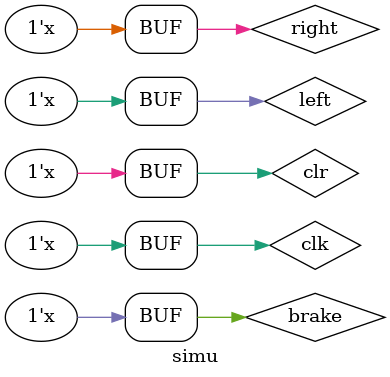
<source format=v>
`timescale 1ns / 1ps

module state_machine(
input clk,
input clr,
input pre,
input [2:0] prefore,
output reg [2:0] later
);
always @ (posedge clk or negedge clr or posedge pre)
    begin
    if (clr == 0) later = 3'b000;   
    else if (pre == 1) later = 3'b111;
    else 
        case(prefore)
        3'b000 : later = 3'b100;
        3'b100 : later = 3'b010;
        3'b010 : later = 3'b001;
        3'b001 : later = 3'b000;
        default : later = 3'b000;
        endcase
    end
endmodule

module project(
input clk,
input left,
input right,
input brake,
input clr,
input [5:0] in,
output [5:0] light 
);
wire lc;
assign lc = (left | right | brake) & (left | ~right | brake) & clr;
wire rc;
assign rc = (left | right | brake) & (~left | right | brake) & clr;
wire lp;
assign lp = ~left & ~right & brake | ~left & right & brake;
wire rp;
assign rp = ~left & ~right & brake | left & ~right & brake;
state_machine mysm1(clk, lc, lp, in[2:0], light[2:0]);
state_machine mysm2(clk, rc, rp, in[5:3], light[5:3]);
endmodule

module simu();
reg clk = 0;
always #1 clk = ~clk;
reg left = 0;
reg right = 1;
always #14 left = ~left;
always #28 right = ~right;
reg brake = 0;
always #98 brake = ~brake;
reg clr = 0;
always #196 clr = ~clr;
wire [5:0] out;
project myp(clk, left, right, brake, clr, out[5:0], out[5:0]);
endmodule
</source>
